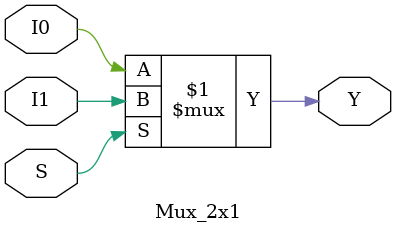
<source format=v>
`timescale 1ns / 1ps


module Mux_2x1(
    input I0,
    input I1,
    input S,
    output Y
    );
    assign Y = S ? I1 : I0;
endmodule

</source>
